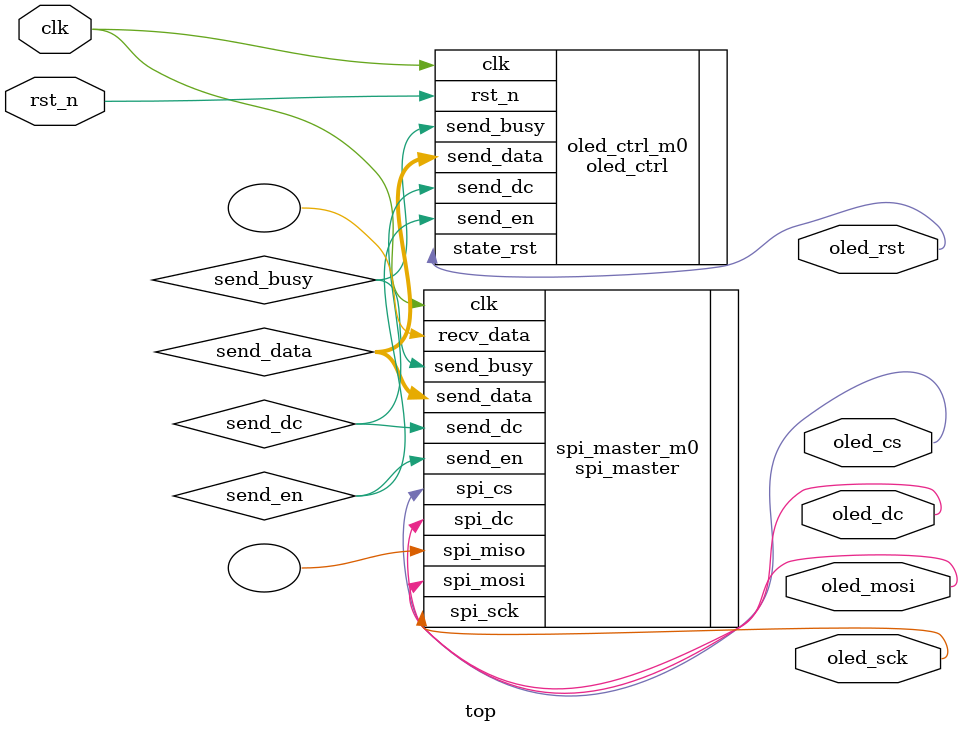
<source format=v>
module top (
	input  clk,    // Clock
	input  rst_n,
	
	output oled_cs,
	output oled_sck,
	output oled_rst,
	output oled_dc,
	// input  oled_miso, //oled 无返回值
	output oled_mosi
);
parameter 	CLK_FRE = 50; //输入的时钟频率 Mhz
parameter 	SPI_FRE = 100; //SPI SCK工作时钟频率 步进x10Khz

//OLED控制机
wire send_busy,send_en,send_dc;
wire [7:0] send_data,recv_data;
oled_ctrl#(
	.CLK_FRE (CLK_FRE	 )
	) oled_ctrl_m0(
	.clk 	  		(clk 		),
	.rst_n 			(rst_n 		),
	.state_rst		(oled_rst 	),

	.send_busy	  	(send_busy 	),
	.send_en   		(send_en 	),
	.send_dc   		(send_dc 	),
	.send_data 		(send_data 	)
	);


//SPI 底层驱动
//1、默认工作在 MODE 0
//2、oled 无返回值
spi_master#(
	.CLK_FRE (CLK_FRE	 ),
	.SPI_FRE (SPI_FRE 	 )
	) spi_master_m0(
	.clk 	  (clk 			),
	.send_busy(send_busy 	),

	.send_en  (send_en 		),
	.send_dc  (send_dc 	 	),
	.send_data(send_data 	),
	.recv_data(  	 	 	),

	.spi_cs   (oled_cs 	 	),
	.spi_dc   (oled_dc  	),
	.spi_sck  (oled_sck 	),
	.spi_miso (  	 		),
	.spi_mosi (oled_mosi 	)
	);

endmodule
</source>
